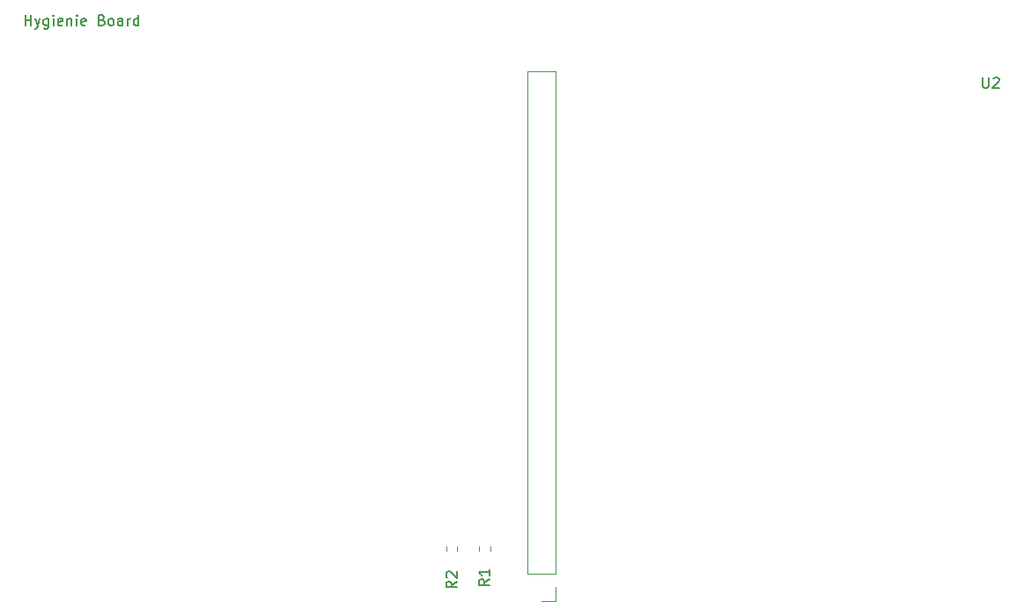
<source format=gbr>
%TF.GenerationSoftware,KiCad,Pcbnew,7.0.7*%
%TF.CreationDate,2023-09-15T19:34:19-06:00*%
%TF.ProjectId,hygienie_pcb,68796769-656e-4696-955f-7063622e6b69,00*%
%TF.SameCoordinates,Original*%
%TF.FileFunction,Legend,Top*%
%TF.FilePolarity,Positive*%
%FSLAX46Y46*%
G04 Gerber Fmt 4.6, Leading zero omitted, Abs format (unit mm)*
G04 Created by KiCad (PCBNEW 7.0.7) date 2023-09-15 19:34:19*
%MOMM*%
%LPD*%
G01*
G04 APERTURE LIST*
%ADD10C,0.150000*%
%ADD11C,0.120000*%
G04 APERTURE END LIST*
D10*
X81536779Y-75369819D02*
X81536779Y-74369819D01*
X81536779Y-74846009D02*
X82108207Y-74846009D01*
X82108207Y-75369819D02*
X82108207Y-74369819D01*
X82489160Y-74703152D02*
X82727255Y-75369819D01*
X82965350Y-74703152D02*
X82727255Y-75369819D01*
X82727255Y-75369819D02*
X82632017Y-75607914D01*
X82632017Y-75607914D02*
X82584398Y-75655533D01*
X82584398Y-75655533D02*
X82489160Y-75703152D01*
X83774874Y-74703152D02*
X83774874Y-75512676D01*
X83774874Y-75512676D02*
X83727255Y-75607914D01*
X83727255Y-75607914D02*
X83679636Y-75655533D01*
X83679636Y-75655533D02*
X83584398Y-75703152D01*
X83584398Y-75703152D02*
X83441541Y-75703152D01*
X83441541Y-75703152D02*
X83346303Y-75655533D01*
X83774874Y-75322200D02*
X83679636Y-75369819D01*
X83679636Y-75369819D02*
X83489160Y-75369819D01*
X83489160Y-75369819D02*
X83393922Y-75322200D01*
X83393922Y-75322200D02*
X83346303Y-75274580D01*
X83346303Y-75274580D02*
X83298684Y-75179342D01*
X83298684Y-75179342D02*
X83298684Y-74893628D01*
X83298684Y-74893628D02*
X83346303Y-74798390D01*
X83346303Y-74798390D02*
X83393922Y-74750771D01*
X83393922Y-74750771D02*
X83489160Y-74703152D01*
X83489160Y-74703152D02*
X83679636Y-74703152D01*
X83679636Y-74703152D02*
X83774874Y-74750771D01*
X84251065Y-75369819D02*
X84251065Y-74703152D01*
X84251065Y-74369819D02*
X84203446Y-74417438D01*
X84203446Y-74417438D02*
X84251065Y-74465057D01*
X84251065Y-74465057D02*
X84298684Y-74417438D01*
X84298684Y-74417438D02*
X84251065Y-74369819D01*
X84251065Y-74369819D02*
X84251065Y-74465057D01*
X85108207Y-75322200D02*
X85012969Y-75369819D01*
X85012969Y-75369819D02*
X84822493Y-75369819D01*
X84822493Y-75369819D02*
X84727255Y-75322200D01*
X84727255Y-75322200D02*
X84679636Y-75226961D01*
X84679636Y-75226961D02*
X84679636Y-74846009D01*
X84679636Y-74846009D02*
X84727255Y-74750771D01*
X84727255Y-74750771D02*
X84822493Y-74703152D01*
X84822493Y-74703152D02*
X85012969Y-74703152D01*
X85012969Y-74703152D02*
X85108207Y-74750771D01*
X85108207Y-74750771D02*
X85155826Y-74846009D01*
X85155826Y-74846009D02*
X85155826Y-74941247D01*
X85155826Y-74941247D02*
X84679636Y-75036485D01*
X85584398Y-74703152D02*
X85584398Y-75369819D01*
X85584398Y-74798390D02*
X85632017Y-74750771D01*
X85632017Y-74750771D02*
X85727255Y-74703152D01*
X85727255Y-74703152D02*
X85870112Y-74703152D01*
X85870112Y-74703152D02*
X85965350Y-74750771D01*
X85965350Y-74750771D02*
X86012969Y-74846009D01*
X86012969Y-74846009D02*
X86012969Y-75369819D01*
X86489160Y-75369819D02*
X86489160Y-74703152D01*
X86489160Y-74369819D02*
X86441541Y-74417438D01*
X86441541Y-74417438D02*
X86489160Y-74465057D01*
X86489160Y-74465057D02*
X86536779Y-74417438D01*
X86536779Y-74417438D02*
X86489160Y-74369819D01*
X86489160Y-74369819D02*
X86489160Y-74465057D01*
X87346302Y-75322200D02*
X87251064Y-75369819D01*
X87251064Y-75369819D02*
X87060588Y-75369819D01*
X87060588Y-75369819D02*
X86965350Y-75322200D01*
X86965350Y-75322200D02*
X86917731Y-75226961D01*
X86917731Y-75226961D02*
X86917731Y-74846009D01*
X86917731Y-74846009D02*
X86965350Y-74750771D01*
X86965350Y-74750771D02*
X87060588Y-74703152D01*
X87060588Y-74703152D02*
X87251064Y-74703152D01*
X87251064Y-74703152D02*
X87346302Y-74750771D01*
X87346302Y-74750771D02*
X87393921Y-74846009D01*
X87393921Y-74846009D02*
X87393921Y-74941247D01*
X87393921Y-74941247D02*
X86917731Y-75036485D01*
X88917731Y-74846009D02*
X89060588Y-74893628D01*
X89060588Y-74893628D02*
X89108207Y-74941247D01*
X89108207Y-74941247D02*
X89155826Y-75036485D01*
X89155826Y-75036485D02*
X89155826Y-75179342D01*
X89155826Y-75179342D02*
X89108207Y-75274580D01*
X89108207Y-75274580D02*
X89060588Y-75322200D01*
X89060588Y-75322200D02*
X88965350Y-75369819D01*
X88965350Y-75369819D02*
X88584398Y-75369819D01*
X88584398Y-75369819D02*
X88584398Y-74369819D01*
X88584398Y-74369819D02*
X88917731Y-74369819D01*
X88917731Y-74369819D02*
X89012969Y-74417438D01*
X89012969Y-74417438D02*
X89060588Y-74465057D01*
X89060588Y-74465057D02*
X89108207Y-74560295D01*
X89108207Y-74560295D02*
X89108207Y-74655533D01*
X89108207Y-74655533D02*
X89060588Y-74750771D01*
X89060588Y-74750771D02*
X89012969Y-74798390D01*
X89012969Y-74798390D02*
X88917731Y-74846009D01*
X88917731Y-74846009D02*
X88584398Y-74846009D01*
X89727255Y-75369819D02*
X89632017Y-75322200D01*
X89632017Y-75322200D02*
X89584398Y-75274580D01*
X89584398Y-75274580D02*
X89536779Y-75179342D01*
X89536779Y-75179342D02*
X89536779Y-74893628D01*
X89536779Y-74893628D02*
X89584398Y-74798390D01*
X89584398Y-74798390D02*
X89632017Y-74750771D01*
X89632017Y-74750771D02*
X89727255Y-74703152D01*
X89727255Y-74703152D02*
X89870112Y-74703152D01*
X89870112Y-74703152D02*
X89965350Y-74750771D01*
X89965350Y-74750771D02*
X90012969Y-74798390D01*
X90012969Y-74798390D02*
X90060588Y-74893628D01*
X90060588Y-74893628D02*
X90060588Y-75179342D01*
X90060588Y-75179342D02*
X90012969Y-75274580D01*
X90012969Y-75274580D02*
X89965350Y-75322200D01*
X89965350Y-75322200D02*
X89870112Y-75369819D01*
X89870112Y-75369819D02*
X89727255Y-75369819D01*
X90917731Y-75369819D02*
X90917731Y-74846009D01*
X90917731Y-74846009D02*
X90870112Y-74750771D01*
X90870112Y-74750771D02*
X90774874Y-74703152D01*
X90774874Y-74703152D02*
X90584398Y-74703152D01*
X90584398Y-74703152D02*
X90489160Y-74750771D01*
X90917731Y-75322200D02*
X90822493Y-75369819D01*
X90822493Y-75369819D02*
X90584398Y-75369819D01*
X90584398Y-75369819D02*
X90489160Y-75322200D01*
X90489160Y-75322200D02*
X90441541Y-75226961D01*
X90441541Y-75226961D02*
X90441541Y-75131723D01*
X90441541Y-75131723D02*
X90489160Y-75036485D01*
X90489160Y-75036485D02*
X90584398Y-74988866D01*
X90584398Y-74988866D02*
X90822493Y-74988866D01*
X90822493Y-74988866D02*
X90917731Y-74941247D01*
X91393922Y-75369819D02*
X91393922Y-74703152D01*
X91393922Y-74893628D02*
X91441541Y-74798390D01*
X91441541Y-74798390D02*
X91489160Y-74750771D01*
X91489160Y-74750771D02*
X91584398Y-74703152D01*
X91584398Y-74703152D02*
X91679636Y-74703152D01*
X92441541Y-75369819D02*
X92441541Y-74369819D01*
X92441541Y-75322200D02*
X92346303Y-75369819D01*
X92346303Y-75369819D02*
X92155827Y-75369819D01*
X92155827Y-75369819D02*
X92060589Y-75322200D01*
X92060589Y-75322200D02*
X92012970Y-75274580D01*
X92012970Y-75274580D02*
X91965351Y-75179342D01*
X91965351Y-75179342D02*
X91965351Y-74893628D01*
X91965351Y-74893628D02*
X92012970Y-74798390D01*
X92012970Y-74798390D02*
X92060589Y-74750771D01*
X92060589Y-74750771D02*
X92155827Y-74703152D01*
X92155827Y-74703152D02*
X92346303Y-74703152D01*
X92346303Y-74703152D02*
X92441541Y-74750771D01*
X123029819Y-128866666D02*
X122553628Y-129199999D01*
X123029819Y-129438094D02*
X122029819Y-129438094D01*
X122029819Y-129438094D02*
X122029819Y-129057142D01*
X122029819Y-129057142D02*
X122077438Y-128961904D01*
X122077438Y-128961904D02*
X122125057Y-128914285D01*
X122125057Y-128914285D02*
X122220295Y-128866666D01*
X122220295Y-128866666D02*
X122363152Y-128866666D01*
X122363152Y-128866666D02*
X122458390Y-128914285D01*
X122458390Y-128914285D02*
X122506009Y-128961904D01*
X122506009Y-128961904D02*
X122553628Y-129057142D01*
X122553628Y-129057142D02*
X122553628Y-129438094D01*
X122125057Y-128485713D02*
X122077438Y-128438094D01*
X122077438Y-128438094D02*
X122029819Y-128342856D01*
X122029819Y-128342856D02*
X122029819Y-128104761D01*
X122029819Y-128104761D02*
X122077438Y-128009523D01*
X122077438Y-128009523D02*
X122125057Y-127961904D01*
X122125057Y-127961904D02*
X122220295Y-127914285D01*
X122220295Y-127914285D02*
X122315533Y-127914285D01*
X122315533Y-127914285D02*
X122458390Y-127961904D01*
X122458390Y-127961904D02*
X123029819Y-128533332D01*
X123029819Y-128533332D02*
X123029819Y-127914285D01*
X126154819Y-128666666D02*
X125678628Y-128999999D01*
X126154819Y-129238094D02*
X125154819Y-129238094D01*
X125154819Y-129238094D02*
X125154819Y-128857142D01*
X125154819Y-128857142D02*
X125202438Y-128761904D01*
X125202438Y-128761904D02*
X125250057Y-128714285D01*
X125250057Y-128714285D02*
X125345295Y-128666666D01*
X125345295Y-128666666D02*
X125488152Y-128666666D01*
X125488152Y-128666666D02*
X125583390Y-128714285D01*
X125583390Y-128714285D02*
X125631009Y-128761904D01*
X125631009Y-128761904D02*
X125678628Y-128857142D01*
X125678628Y-128857142D02*
X125678628Y-129238094D01*
X126154819Y-127714285D02*
X126154819Y-128285713D01*
X126154819Y-127999999D02*
X125154819Y-127999999D01*
X125154819Y-127999999D02*
X125297676Y-128095237D01*
X125297676Y-128095237D02*
X125392914Y-128190475D01*
X125392914Y-128190475D02*
X125440533Y-128285713D01*
X173618095Y-80374819D02*
X173618095Y-81184342D01*
X173618095Y-81184342D02*
X173665714Y-81279580D01*
X173665714Y-81279580D02*
X173713333Y-81327200D01*
X173713333Y-81327200D02*
X173808571Y-81374819D01*
X173808571Y-81374819D02*
X173999047Y-81374819D01*
X173999047Y-81374819D02*
X174094285Y-81327200D01*
X174094285Y-81327200D02*
X174141904Y-81279580D01*
X174141904Y-81279580D02*
X174189523Y-81184342D01*
X174189523Y-81184342D02*
X174189523Y-80374819D01*
X174618095Y-80470057D02*
X174665714Y-80422438D01*
X174665714Y-80422438D02*
X174760952Y-80374819D01*
X174760952Y-80374819D02*
X174999047Y-80374819D01*
X174999047Y-80374819D02*
X175094285Y-80422438D01*
X175094285Y-80422438D02*
X175141904Y-80470057D01*
X175141904Y-80470057D02*
X175189523Y-80565295D01*
X175189523Y-80565295D02*
X175189523Y-80660533D01*
X175189523Y-80660533D02*
X175141904Y-80803390D01*
X175141904Y-80803390D02*
X174570476Y-81374819D01*
X174570476Y-81374819D02*
X175189523Y-81374819D01*
D11*
%TO.C,R2*%
X122032500Y-125967258D02*
X122032500Y-125492742D01*
X123077500Y-125967258D02*
X123077500Y-125492742D01*
%TO.C,R1*%
X126252500Y-125967258D02*
X126252500Y-125492742D01*
X125207500Y-125967258D02*
X125207500Y-125492742D01*
%TO.C,U2*%
X129870000Y-128120000D02*
X129870000Y-79800000D01*
X132530000Y-79800000D02*
X129870000Y-79800000D01*
X132530000Y-128120000D02*
X129870000Y-128120000D01*
X132530000Y-128120000D02*
X132530000Y-79800000D01*
X132530000Y-129390000D02*
X132530000Y-130720000D01*
X132530000Y-130720000D02*
X131200000Y-130720000D01*
%TD*%
M02*

</source>
